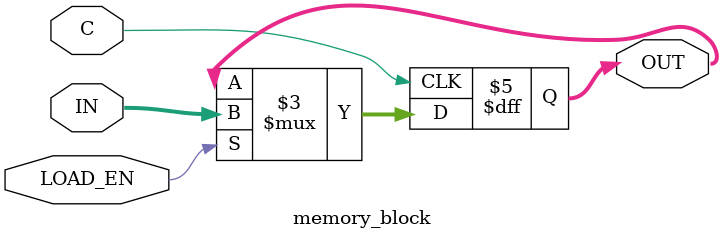
<source format=v>
module memory_block(output reg [15:0]OUT, input [15:0]IN, input C, input LOAD_EN);//DONE

always @(posedge C) begin
	if(LOAD_EN)
		OUT = IN;
end

endmodule
</source>
